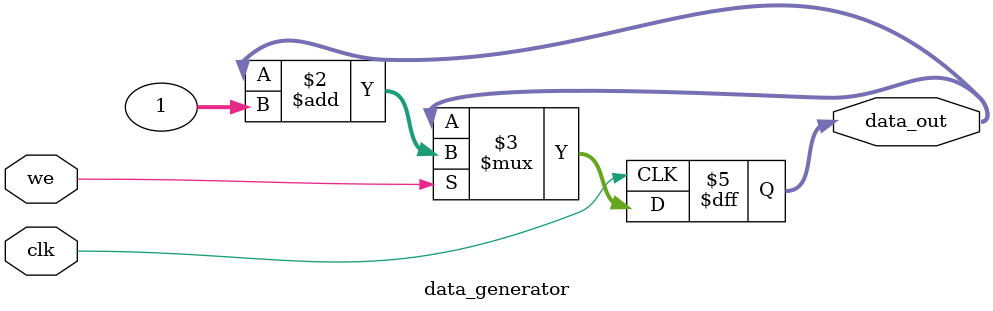
<source format=v>
`timescale 1ns / 1ps

module data_generator #(
    parameter SIZE = 128
) (
    input clk,
    input we,
    
    output reg [SIZE-1:0] data_out
);

always @(posedge clk) begin
    if (we)
        data_out <= data_out + 1;
end

endmodule
</source>
